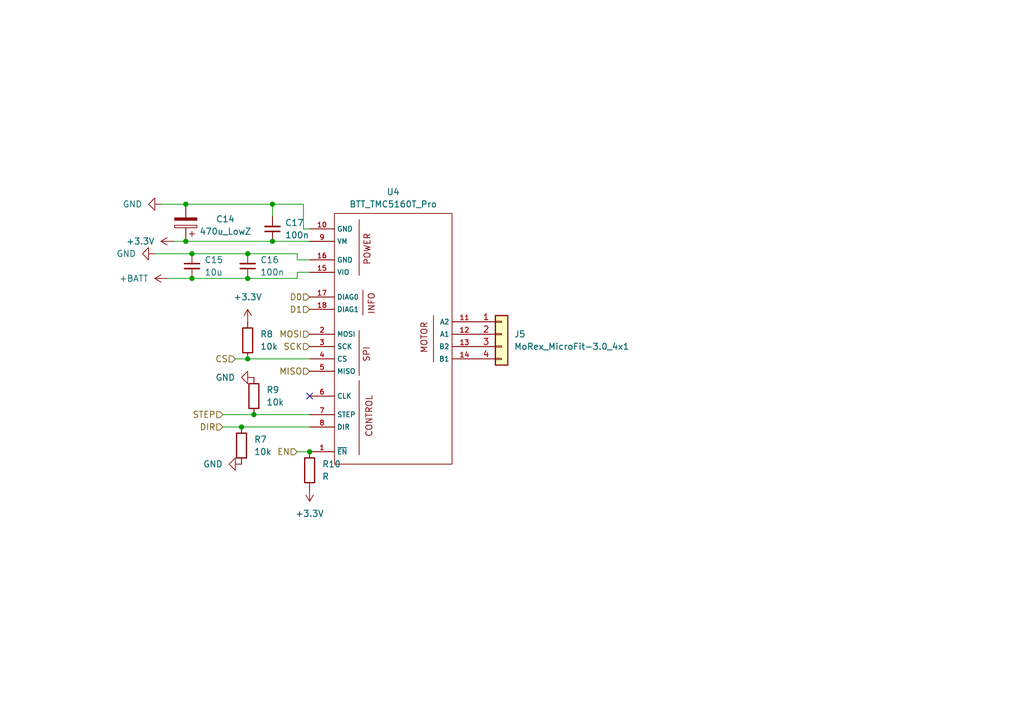
<source format=kicad_sch>
(kicad_sch (version 20250114) (generator "eeschema") (generator_version "9.0")
  (paper "A5")
  (title_block (title "Propulsion motor trigger") (date "2025-12-30") (rev "1") (company "Game Team SLSC"))
  (lib_symbols
    (symbol "Connector_Generic:Conn_01x04" (pin_names (offset 1.016) (hide yes))
      (property "Reference" "J" (at 0 5.08 0))
      (property "Value" "Conn_01x04" (at 0 -7.62 0))
      (symbol "Conn_01x04_1_1"
        (rectangle (start -1.27 3.81) (end 1.27 -6.35) (stroke (width 0.254)) (fill (type background)))
        (rectangle (start -1.27 2.667) (end 0 2.413) (stroke (width 0.1524)))
        (rectangle (start -1.27 0.127) (end 0 -0.127) (stroke (width 0.1524)))
        (rectangle (start -1.27 -2.413) (end 0 -2.667) (stroke (width 0.1524)))
        (rectangle (start -1.27 -4.953) (end 0 -5.207) (stroke (width 0.1524)))
        (pin passive line (at -5.08 2.54 0) (length 3.81) (name "Pin_1") (number "1"))
        (pin passive line (at -5.08 0 0) (length 3.81) (name "Pin_2") (number "2"))
        (pin passive line (at -5.08 -2.54 0) (length 3.81) (name "Pin_3") (number "3"))
        (pin passive line (at -5.08 -5.08 0) (length 3.81) (name "Pin_4") (number "4"))
      )
    )
    (symbol "Device:C_Polarized" (pin_numbers (hide yes)) (pin_names (offset 0.254))
      (property "Reference" "C" (at 0.635 2.54 0))
      (property "Value" "C_Polarized" (at 0.635 -2.54 0))
      (symbol "C_Polarized_0_1"
        (rectangle (start -2.286 0.508) (end 2.286 1.016))
        (polyline (pts (xy -1.778 2.286) (xy -0.762 2.286)))
        (polyline (pts (xy -1.27 2.794) (xy -1.27 1.778)))
        (rectangle (start 2.286 -0.508) (end -2.286 -1.016) (fill (type outline)))
      )
      (symbol "C_Polarized_1_1"
        (pin passive line (at 0 3.81 270) (length 2.794) (name "~") (number "1"))
        (pin passive line (at 0 -3.81 90) (length 2.794) (name "~") (number "2"))
      )
    )
    (symbol "Device:C_Small" (pin_numbers (hide yes)) (pin_names (offset 0.254) (hide yes))
      (property "Reference" "C" (at 0.254 1.778 0))
      (property "Value" "C_Small" (at 0.254 -2.032 0))
      (symbol "C_Small_0_1"
        (polyline (pts (xy -1.524 0.508) (xy 1.524 0.508)) (stroke (width 0.3048)))
        (polyline (pts (xy -1.524 -0.508) (xy 1.524 -0.508)) (stroke (width 0.3302)))
      )
      (symbol "C_Small_1_1"
        (pin passive line (at 0 2.54 270) (length 2.032) (name "~") (number "1"))
        (pin passive line (at 0 -2.54 90) (length 2.032) (name "~") (number "2"))
      )
    )
    (symbol "Device:R" (pin_numbers (hide yes)) (pin_names (offset 0))
      (property "Reference" "R" (at 2.032 0 90))
      (property "Value" "R" (at 0 0 90))
      (symbol "R_0_1"
        (rectangle (start -1.016 -2.54) (end 1.016 2.54) (stroke (width 0.254)))
      )
      (symbol "R_1_1"
        (pin passive line (at 0 3.81 270) (length 1.27) (name "~") (number "1"))
        (pin passive line (at 0 -3.81 90) (length 1.27) (name "~") (number "2"))
      )
    )
    (symbol "Project:BTT_TMC5160T_Pro"
      (property "Reference" "U" (at 1.27 56.134 0))
      (property "Value" "BTT_TMC5160T_Pro" (at 9.144 53.34 0))
      (symbol "BTT_TMC5160T_Pro_0_1"
        (rectangle (start 0 51.435) (end 24.13 0))
        (polyline (pts (xy 5.08 50.165) (xy 5.08 38.735)))
        (polyline (pts (xy 5.08 27.432) (xy 5.08 18.161)))
        (polyline (pts (xy 5.08 17.145) (xy 5.08 1.905)))
        (polyline (pts (xy 5.842 35.687) (xy 5.842 30.607)))
        (polyline (pts (xy 20.32 30.48) (xy 20.32 20.955)))
      )
      (symbol "BTT_TMC5160T_Pro_1_0"
        (pin power_in line (at -5.08 48.26 0) (length 5.08) (name "GND") (number "10"))
        (pin power_in line (at -5.08 45.72 0) (length 5.08) (name "VM") (number "9"))
        (pin power_in line (at -5.08 41.91 0) (length 5.08) (name "GND") (number "16"))
        (pin power_in line (at -5.08 39.37 0) (length 5.08) (name "VIO") (number "15"))
        (pin output line (at -5.08 34.29 0) (length 5.08) (name "DIAG0") (number "17"))
        (pin output line (at -5.08 31.75 0) (length 5.08) (name "DIAG1") (number "18"))
        (pin bidirectional line (at -5.08 26.67 0) (length 5.08) (name "MOSI") (number "2"))
        (pin bidirectional line (at -5.08 24.13 0) (length 5.08) (name "SCK") (number "3"))
        (pin input line (at -5.08 21.59 0) (length 5.08) (name "CS") (number "4"))
        (pin bidirectional line (at -5.08 19.05 0) (length 5.08) (name "MISO") (number "5"))
        (pin input line (at -5.08 13.97 0) (length 5.08) (name "CLK") (number "6"))
        (pin input line (at -5.08 10.16 0) (length 5.08) (name "STEP") (number "7"))
        (pin input line (at -5.08 7.62 0) (length 5.08) (name "DIR") (number "8"))
        (pin input line (at -5.08 2.54 0) (length 5.08) (name "~{EN}") (number "1"))
        (pin output line (at 29.21 29.21 180) (length 5.08) (name "A2") (number "11"))
        (pin output line (at 29.21 26.67 180) (length 5.08) (name "A1") (number "12"))
        (pin output line (at 29.21 24.13 180) (length 5.08) (name "B2") (number "13"))
        (pin output line (at 29.21 21.59 180) (length 5.08) (name "B1") (number "14"))
      )
      (symbol "BTT_TMC5160T_Pro_1_1"
        (text "SPI\n" (at 6.604 22.606 900) (effects (font (size 1.27 1.27))))
        (text "POWER" (at 6.731 44.196 900) (effects (font (size 1.27 1.27))))
        (text "CONTROL" (at 7.112 9.906 900) (effects (font (size 1.27 1.27))))
        (text "INFO" (at 7.62 33.02 900) (effects (font (size 1.27 1.27))))
        (text "MOTOR" (at 18.415 26.035 900) (effects (font (size 1.27 1.27))))
      )
    )
    (symbol "power:+3.3V" (power) (pin_numbers (hide yes)) (pin_names (offset 0) (hide yes))
      (property "Value" "+3.3V" (at 0 3.556 0))
      (symbol "+3.3V_0_1"
        (polyline (pts (xy -0.762 1.27) (xy 0 2.54)))
        (polyline (pts (xy 0 2.54) (xy 0.762 1.27)))
        (polyline (pts (xy 0 0) (xy 0 2.54)))
      )
      (symbol "+3.3V_1_1"
        (pin power_in line (at 0 0 90) (length 0) (name "~") (number "1"))
      )
    )
    (symbol "power:+BATT" (power) (pin_numbers (hide yes)) (pin_names (offset 0) (hide yes))
      (property "Value" "+BATT" (at 0 3.556 0))
      (symbol "+BATT_0_1"
        (polyline (pts (xy -0.762 1.27) (xy 0 2.54)))
        (polyline (pts (xy 0 2.54) (xy 0.762 1.27)))
        (polyline (pts (xy 0 0) (xy 0 2.54)))
      )
      (symbol "+BATT_1_1"
        (pin power_in line (at 0 0 90) (length 0) (name "~") (number "1"))
      )
    )
    (symbol "power:GND" (power) (pin_numbers (hide yes)) (pin_names (offset 0) (hide yes))
      (property "Value" "GND" (at 0 -3.81 0))
      (symbol "GND_0_1"
        (polyline (pts (xy 0 0) (xy 0 -1.27) (xy 1.27 -1.27) (xy 0 -2.54) (xy -1.27 -1.27) (xy 0 -1.27)))
      )
      (symbol "GND_1_1"
        (pin power_in line (at 0 0 270) (length 0) (name "~") (number "1"))
      )
    )
  )
  (bus_alias "Prop" (members "D0" "D1" "STEP" "DIR" "CS"))
  (junction (at 38.1 41.91))
  (junction (at 49.53 87.63))
  (junction (at 52.07 85.09))
  (junction (at 50.8 57.15))
  (junction (at 38.1 49.53))
  (junction (at 63.5 92.71))
  (junction (at 50.8 52.07))
  (junction (at 39.37 57.15))
  (junction (at 39.37 52.07))
  (junction (at 55.88 41.91))
  (junction (at 55.88 49.53))
  (junction (at 50.8 73.66))
  (no_connect (at 63.5 81.28))
  (wire (pts (xy 55.88 49.53) (xy 63.5 49.53)))
  (wire (pts (xy 60.96 52.07) (xy 60.96 53.34)))
  (wire (pts (xy 60.96 53.34) (xy 63.5 53.34)))
  (wire (pts (xy 55.88 41.91) (xy 55.88 44.45)))
  (wire (pts (xy 52.07 85.09) (xy 63.5 85.09)))
  (wire (pts (xy 62.23 46.99) (xy 63.5 46.99)))
  (wire (pts (xy 50.8 52.07) (xy 60.96 52.07)))
  (wire (pts (xy 39.37 57.15) (xy 50.8 57.15)))
  (wire (pts (xy 50.8 73.66) (xy 63.5 73.66)))
  (wire (pts (xy 33.02 41.91) (xy 38.1 41.91)))
  (wire (pts (xy 60.96 55.88) (xy 63.5 55.88)))
  (wire (pts (xy 39.37 52.07) (xy 50.8 52.07)))
  (wire (pts (xy 62.23 41.91) (xy 62.23 46.99)))
  (wire (pts (xy 45.72 85.09) (xy 52.07 85.09)))
  (wire (pts (xy 34.29 57.15) (xy 39.37 57.15)))
  (wire (pts (xy 48.26 73.66) (xy 50.8 73.66)))
  (wire (pts (xy 35.56 49.53) (xy 38.1 49.53)))
  (wire (pts (xy 49.53 87.63) (xy 63.5 87.63)))
  (wire (pts (xy 60.96 92.71) (xy 63.5 92.71)))
  (wire (pts (xy 31.75 52.07) (xy 39.37 52.07)))
  (wire (pts (xy 55.88 41.91) (xy 62.23 41.91)))
  (wire (pts (xy 45.72 87.63) (xy 49.53 87.63)))
  (wire (pts (xy 38.1 41.91) (xy 55.88 41.91)))
  (wire (pts (xy 50.8 57.15) (xy 60.96 57.15)))
  (wire (pts (xy 60.96 57.15) (xy 60.96 55.88)))
  (wire (pts (xy 38.1 49.53) (xy 55.88 49.53)))
  (hierarchical_label "MOSI" (shape input) (at 63.5 68.58 180))
  (hierarchical_label "EN" (shape input) (at 60.96 92.71 180))
  (hierarchical_label "D0" (shape input) (at 63.5 60.96 180))
  (hierarchical_label "CS" (shape input) (at 48.26 73.66 180))
  (hierarchical_label "D1" (shape input) (at 63.5 63.5 180))
  (hierarchical_label "DIR" (shape input) (at 45.72 87.63 180))
  (hierarchical_label "SCK" (shape input) (at 63.5 71.12 180))
  (hierarchical_label "MISO" (shape input) (at 63.5 76.2 180))
  (hierarchical_label "STEP" (shape input) (at 45.72 85.09 180))
  (symbol (lib_id "power:GND") (at 31.75 52.07 270) (unit 1)
    (property "Reference" "#PWR027" (effects (hide yes)))
    (property "Value" "GND" (at 27.94 52.0699 90) (effects (justify right)))
    (property "Description" "Power symbol creates a global label with name \"GND\" , ground" (effects (hide yes)))
    (instances (project "eurobot-2026-robot-pcb" (path "" (reference "#PWR027") (unit 1)) (path "" (reference "#PWR0112") (unit 1)) (path "" (reference "#PWR0128") (unit 1)) (path "" (reference "#PWR0120") (unit 1))))
  )
  (symbol (lib_id "power:+3.3V") (at 35.56 49.53 90) (unit 1)
    (property "Reference" "#PWR030" (effects (hide yes)))
    (property "Value" "+3.3V" (at 31.75 49.5299 90) (effects (justify left)))
    (property "Description" "Power symbol creates a global label with name \"+3.3V\"" (effects (hide yes)))
    (instances (project "eurobot-2026-robot-pcb" (path "" (reference "#PWR030") (unit 1)) (path "" (reference "#PWR0115") (unit 1)) (path "" (reference "#PWR0131") (unit 1)) (path "" (reference "#PWR0123") (unit 1))))
  )
  (symbol (lib_id "Device:R") (at 50.8 69.85 0) (unit 1)
    (property "Reference" "R8" (at 53.34 68.5799 0) (effects (justify left)))
    (property "Value" "10k" (at 53.34 71.1199 0) (effects (justify left)))
    (property "Footprint" "Resistor_SMD:R_0805_2012Metric_Pad1.20x1.40mm_HandSolder" (effects (hide yes)))
    (property "Description" "Resistor" (effects (hide yes)))
    (instances (project "eurobot-2026-robot-pcb" (path "" (reference "R8") (unit 1)) (path "" (reference "R29") (unit 1)) (path "" (reference "R37") (unit 1)) (path "" (reference "R33") (unit 1))))
  )
  (symbol (lib_id "power:+3.3V") (at 63.5 100.33 180) (unit 1)
    (property "Reference" "#PWR034" (effects (hide yes)))
    (property "Value" "+3.3V" (at 63.5 105.41 0))
    (property "Description" "Power symbol creates a global label with name \"+3.3V\"" (effects (hide yes)))
    (instances (project "eurobot-2026-robot-pcb" (path "" (reference "#PWR034") (unit 1)) (path "" (reference "#PWR0119") (unit 1)) (path "" (reference "#PWR0135") (unit 1)) (path "" (reference "#PWR0127") (unit 1))))
  )
  (symbol (lib_id "Device:C_Small") (at 39.37 54.61 0) (unit 1)
    (property "Reference" "C15" (at 41.91 53.3462 0) (effects (justify left)))
    (property "Value" "10u" (at 41.91 55.8862 0) (effects (justify left)))
    (property "Description" "Unpolarized capacitor, small symbol" (effects (hide yes)))
    (instances (project "eurobot-2026-robot-pcb" (path "" (reference "C15") (unit 1)) (path "" (reference "C58") (unit 1)) (path "" (reference "C66") (unit 1)) (path "" (reference "C62") (unit 1))))
  )
  (symbol (lib_id "Project:BTT_TMC5160T_Pro") (at 68.58 95.25 0) (unit 1)
    (property "Reference" "U4" (at 80.645 39.37 0))
    (property "Value" "BTT_TMC5160T_Pro" (at 80.645 41.91 0))
    (property "Footprint" "Project:BTT_TMC5160T_Pro" (effects (hide yes)))
    (instances (project "eurobot-2026-robot-pcb" (path "" (reference "U4") (unit 1)) (path "" (reference "U10") (unit 1)) (path "" (reference "U12") (unit 1)) (path "" (reference "U11") (unit 1))))
  )
  (symbol (lib_id "Device:R") (at 52.07 81.28 0) (unit 1)
    (property "Reference" "R9" (at 54.61 80.0099 0) (effects (justify left)))
    (property "Value" "10k" (at 54.61 82.5499 0) (effects (justify left)))
    (property "Description" "Resistor" (effects (hide yes)))
    (instances (project "eurobot-2026-robot-pcb" (path "" (reference "R9") (unit 1)) (path "" (reference "R30") (unit 1)) (path "" (reference "R38") (unit 1)) (path "" (reference "R34") (unit 1))))
  )
  (symbol (lib_id "Device:C_Small") (at 55.88 46.99 180) (unit 1)
    (property "Reference" "C17" (at 58.42 45.7135 0) (effects (justify right)))
    (property "Value" "100n" (at 58.42 48.2535 0) (effects (justify right)))
    (property "Footprint" "Capacitor_SMD:C_0805_2012Metric_Pad1.18x1.45mm_HandSolder" (effects (hide yes)))
    (property "Description" "Unpolarized capacitor, small symbol" (effects (hide yes)))
    (instances (project "eurobot-2026-robot-pcb" (path "" (reference "C17") (unit 1)) (path "" (reference "C60") (unit 1)) (path "" (reference "C68") (unit 1)) (path "" (reference "C64") (unit 1))))
  )
  (symbol (lib_id "Device:C_Small") (at 50.8 54.61 180) (unit 1)
    (property "Reference" "C16" (at 53.34 53.3335 0) (effects (justify right)))
    (property "Value" "100n" (at 53.34 55.8735 0) (effects (justify right)))
    (property "Footprint" "Capacitor_SMD:C_0805_2012Metric_Pad1.18x1.45mm_HandSolder" (effects (hide yes)))
    (property "Description" "Unpolarized capacitor, small symbol" (effects (hide yes)))
    (instances (project "eurobot-2026-robot-pcb" (path "" (reference "C16") (unit 1)) (path "" (reference "C59") (unit 1)) (path "" (reference "C67") (unit 1)) (path "" (reference "C63") (unit 1))))
  )
  (symbol (lib_id "power:GND") (at 52.07 77.47 270) (unit 1)
    (property "Reference" "#PWR033" (effects (hide yes)))
    (property "Value" "GND" (at 48.26 77.4699 90) (effects (justify right)))
    (property "Description" "Power symbol creates a global label with name \"GND\" , ground" (effects (hide yes)))
    (instances (project "eurobot-2026-robot-pcb" (path "" (reference "#PWR033") (unit 1)) (path "" (reference "#PWR0118") (unit 1)) (path "" (reference "#PWR0134") (unit 1)) (path "" (reference "#PWR0126") (unit 1))))
  )
  (symbol (lib_id "Connector_Generic:Conn_01x04") (at 102.87 68.58 0) (unit 1)
    (property "Reference" "J5" (at 105.41 68.5799 0) (effects (justify left)))
    (property "Value" "MoRex_MicroFit-3.0_4x1" (at 105.41 71.1199 0) (effects (justify left)))
    (property "Footprint" "Connector_Molex:Molex_Micro-Fit_3.0_43650-0415_1x04_P3.00mm_Vertical" (effects (hide yes)))
    (property "Description" "Generic connector, single row, 01x04, script generated (kicad-library-utils/schlib/autogen/connector/)" (effects (hide yes)))
    (instances (project "eurobot-2026-robot-pcb" (path "" (reference "J5") (unit 1)) (path "" (reference "J12") (unit 1)) (path "" (reference "J14") (unit 1)) (path "" (reference "J13") (unit 1))))
  )
  (symbol (lib_id "power:GND") (at 49.53 95.25 270) (unit 1)
    (property "Reference" "#PWR031" (effects (hide yes)))
    (property "Value" "GND" (at 45.72 95.2499 90) (effects (justify right)))
    (property "Description" "Power symbol creates a global label with name \"GND\" , ground" (effects (hide yes)))
    (instances (project "eurobot-2026-robot-pcb" (path "" (reference "#PWR031") (unit 1)) (path "" (reference "#PWR0116") (unit 1)) (path "" (reference "#PWR0132") (unit 1)) (path "" (reference "#PWR0124") (unit 1))))
  )
  (symbol (lib_id "Device:C_Polarized") (at 38.1 45.72 180) (unit 1)
    (property "Reference" "C14" (at 46.228 44.958 0))
    (property "Value" "470u_LowZ" (at 46.228 47.498 0))
    (property "Footprint" "Capacitor_THT:CP_Radial_D8.0mm_P3.50mm" (effects (hide yes)))
    (property "Description" "Polarized capacitor" (effects (hide yes)))
    (property "MPN" "EEU-FR1E471L" (effects (hide yes)))
    (property "Manufacturer" "Panasonic" (effects (hide yes)))
    (instances (project "eurobot-2026-robot-pcb" (path "" (reference "C14") (unit 1)) (path "" (reference "C57") (unit 1)) (path "" (reference "C65") (unit 1)) (path "" (reference "C61") (unit 1))))
  )
  (symbol (lib_id "power:+BATT") (at 34.29 57.15 90) (unit 1)
    (property "Reference" "#PWR029" (effects (hide yes)))
    (property "Value" "+BATT" (at 30.48 57.1499 90) (effects (justify left)))
    (property "Description" "Power symbol creates a global label with name \"+BATT\"" (effects (hide yes)))
    (instances (project "eurobot-2026-robot-pcb" (path "" (reference "#PWR029") (unit 1)) (path "" (reference "#PWR0114") (unit 1)) (path "" (reference "#PWR0130") (unit 1)) (path "" (reference "#PWR0122") (unit 1))))
  )
  (symbol (lib_id "Device:R") (at 49.53 91.44 180) (unit 1)
    (property "Reference" "R7" (at 52.07 90.1699 0) (effects (justify right)))
    (property "Value" "10k" (at 52.07 92.7099 0) (effects (justify right)))
    (property "Footprint" "Resistor_SMD:R_0805_2012Metric_Pad1.20x1.40mm_HandSolder" (effects (hide yes)))
    (property "Description" "Resistor" (effects (hide yes)))
    (instances (project "eurobot-2026-robot-pcb" (path "" (reference "R7") (unit 1)) (path "" (reference "R28") (unit 1)) (path "" (reference "R36") (unit 1)) (path "" (reference "R32") (unit 1))))
  )
  (symbol (lib_id "power:GND") (at 33.02 41.91 270) (unit 1)
    (property "Reference" "#PWR028" (effects (hide yes)))
    (property "Value" "GND" (at 29.21 41.9099 90) (effects (justify right)))
    (property "Description" "Power symbol creates a global label with name \"GND\" , ground" (effects (hide yes)))
    (instances (project "eurobot-2026-robot-pcb" (path "" (reference "#PWR028") (unit 1)) (path "" (reference "#PWR0113") (unit 1)) (path "" (reference "#PWR0129") (unit 1)) (path "" (reference "#PWR0121") (unit 1))))
  )
  (symbol (lib_id "power:+3.3V") (at 50.8 66.04 0) (unit 1)
    (property "Reference" "#PWR032" (effects (hide yes)))
    (property "Value" "+3.3V" (at 50.8 60.96 0))
    (property "Description" "Power symbol creates a global label with name \"+3.3V\"" (effects (hide yes)))
    (instances (project "eurobot-2026-robot-pcb" (path "" (reference "#PWR032") (unit 1)) (path "" (reference "#PWR0117") (unit 1)) (path "" (reference "#PWR0133") (unit 1)) (path "" (reference "#PWR0125") (unit 1))))
  )
  (symbol (lib_id "Device:R") (at 63.5 96.52 180) (unit 1)
    (property "Reference" "R10" (at 66.04 95.2499 0) (effects (justify right)))
    (property "Value" "R" (at 66.04 97.7899 0) (effects (justify right)))
    (property "Footprint" "Resistor_SMD:R_0805_2012Metric_Pad1.20x1.40mm_HandSolder" (effects (hide yes)))
    (property "Description" "Resistor" (effects (hide yes)))
    (instances (project "eurobot-2026-robot-pcb" (path "" (reference "R10") (unit 1)) (path "" (reference "R31") (unit 1)) (path "" (reference "R39") (unit 1)) (path "" (reference "R35") (unit 1))))
  )
)
</source>
